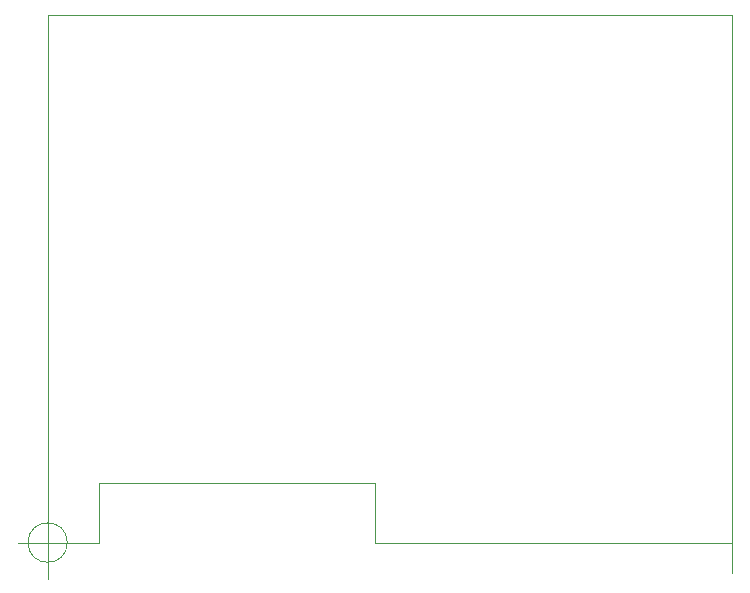
<source format=gbr>
%TF.GenerationSoftware,KiCad,Pcbnew,(5.1.6-0-10_14)*%
%TF.CreationDate,2021-03-12T18:27:13+01:00*%
%TF.ProjectId,CAN_Display,43414e5f-4469-4737-906c-61792e6b6963,rev?*%
%TF.SameCoordinates,Original*%
%TF.FileFunction,Profile,NP*%
%FSLAX46Y46*%
G04 Gerber Fmt 4.6, Leading zero omitted, Abs format (unit mm)*
G04 Created by KiCad (PCBNEW (5.1.6-0-10_14)) date 2021-03-12 18:27:13*
%MOMM*%
%LPD*%
G01*
G04 APERTURE LIST*
%TA.AperFunction,Profile*%
%ADD10C,0.050000*%
%TD*%
G04 APERTURE END LIST*
D10*
X131318000Y-116840000D02*
X154686000Y-116840000D01*
X128666666Y-121920000D02*
G75*
G03*
X128666666Y-121920000I-1666666J0D01*
G01*
X124500000Y-121920000D02*
X129500000Y-121920000D01*
X127000000Y-119420000D02*
X127000000Y-124420000D01*
X154686000Y-121920000D02*
X184912000Y-121920000D01*
X154686000Y-116840000D02*
X154686000Y-121920000D01*
X131318000Y-121920000D02*
X131318000Y-116840000D01*
X127000000Y-121920000D02*
X131318000Y-121920000D01*
X184912000Y-77216000D02*
X127000000Y-77216000D01*
X184912000Y-124460000D02*
X184912000Y-77216000D01*
X127000000Y-77216000D02*
X127000000Y-124968000D01*
M02*

</source>
